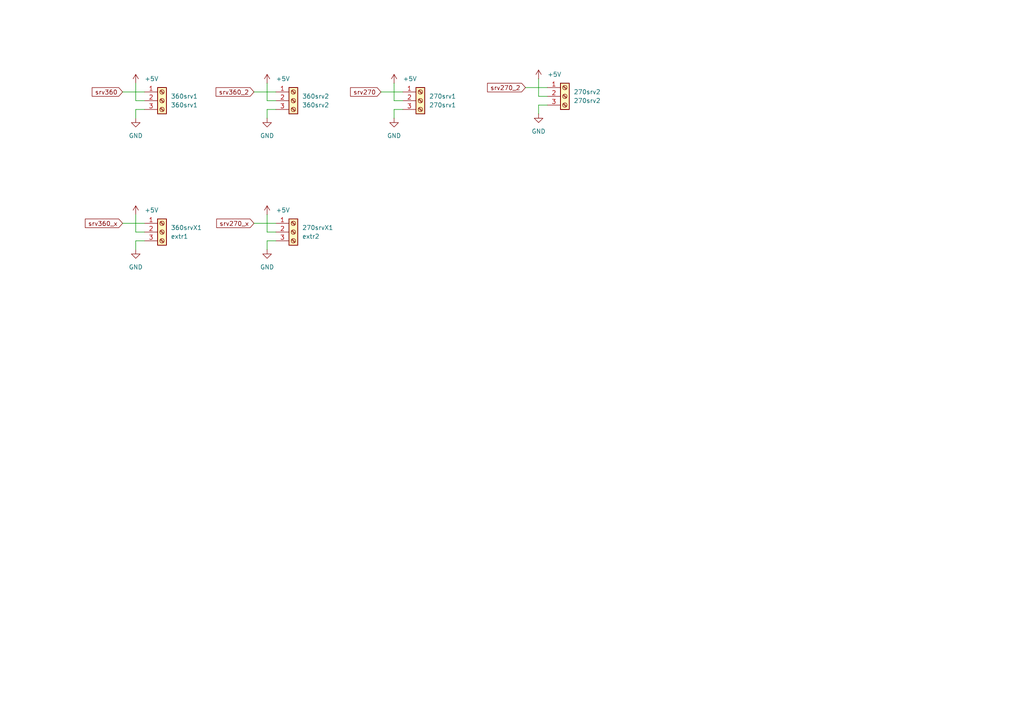
<source format=kicad_sch>
(kicad_sch (version 20231120) (generator "eeschema") (generator_version "8.0")
  (paper "A4")
  (lib_symbols
    (symbol "Connector:Screw_Terminal_01x03" (pin_names (offset 1.016) hide)
      (property "Reference" "J" (at 0 5.08 0))
      (property "Value" "Screw_Terminal_01x03" (at 0 -5.08 0))
      (symbol "Screw_Terminal_01x03_1_1"
        (rectangle (start -1.27 3.81) (end 1.27 -3.81) (stroke (width 0.254)) (fill (type background)))
        (circle (center 0 -2.54) (radius 0.635) (stroke (width 0.1524)))
        (polyline (pts (xy -0.5334 -2.2098) (xy 0.3302 -3.048)) (stroke (width 0.1524)))
        (polyline (pts (xy -0.5334 0.3302) (xy 0.3302 -0.508)) (stroke (width 0.1524)))
        (polyline (pts (xy -0.5334 2.8702) (xy 0.3302 2.032)) (stroke (width 0.1524)))
        (polyline (pts (xy -0.3556 -2.032) (xy 0.508 -2.8702)) (stroke (width 0.1524)))
        (polyline (pts (xy -0.3556 0.508) (xy 0.508 -0.3302)) (stroke (width 0.1524)))
        (polyline (pts (xy -0.3556 3.048) (xy 0.508 2.2098)) (stroke (width 0.1524)))
        (circle (center 0 0) (radius 0.635) (stroke (width 0.1524)))
        (circle (center 0 2.54) (radius 0.635) (stroke (width 0.1524)))
        (pin passive line (at -5.08 2.54 0) (length 3.81) (name "Pin_1") (number "1"))
        (pin passive line (at -5.08 0 0) (length 3.81) (name "Pin_2") (number "2"))
        (pin passive line (at -5.08 -2.54 0) (length 3.81) (name "Pin_3") (number "3"))
      )
    )
    (symbol "power:+24V" (power) (pin_numbers hide) (pin_names (offset 0) hide)
      (property "Value" "+24V" (at 0 3.556 0))
      (symbol "+24V_0_1"
        (polyline (pts (xy -0.762 1.27) (xy 0 2.54)))
        (polyline (pts (xy 0 0) (xy 0 2.54)))
        (polyline (pts (xy 0 2.54) (xy 0.762 1.27)))
      )
      (symbol "+24V_1_1"
        (pin power_in line (at 0 0 90) (length 0) (name "~") (number "1"))
      )
    )
    (symbol "power:GND" (power) (pin_numbers hide) (pin_names (offset 0) hide)
      (property "Value" "GND" (at 0 -3.81 0))
      (symbol "GND_0_1"
        (polyline (pts (xy 0 0) (xy 0 -1.27) (xy 1.27 -1.27) (xy 0 -2.54) (xy -1.27 -1.27) (xy 0 -1.27)))
      )
      (symbol "GND_1_1"
        (pin power_in line (at 0 0 270) (length 0) (name "~") (number "1"))
      )
    )
  )
  (wire (pts (xy 73.66 26.67) (xy 80.01 26.67)))
  (wire (pts (xy 156.21 27.94) (xy 158.75 27.94)))
  (wire (pts (xy 39.37 62.23) (xy 39.37 67.31)))
  (wire (pts (xy 41.91 69.85) (xy 39.37 69.85)))
  (wire (pts (xy 77.47 67.31) (xy 80.01 67.31)))
  (wire (pts (xy 152.4 25.4) (xy 158.75 25.4)))
  (wire (pts (xy 77.47 24.13) (xy 77.47 29.21)))
  (wire (pts (xy 35.56 64.77) (xy 41.91 64.77)))
  (wire (pts (xy 80.01 69.85) (xy 77.47 69.85)))
  (wire (pts (xy 114.3 31.75) (xy 114.3 34.29)))
  (wire (pts (xy 116.84 31.75) (xy 114.3 31.75)))
  (wire (pts (xy 39.37 67.31) (xy 41.91 67.31)))
  (wire (pts (xy 77.47 69.85) (xy 77.47 72.39)))
  (wire (pts (xy 39.37 24.13) (xy 39.37 29.21)))
  (wire (pts (xy 110.49 26.67) (xy 116.84 26.67)))
  (wire (pts (xy 39.37 69.85) (xy 39.37 72.39)))
  (wire (pts (xy 156.21 30.48) (xy 156.21 33.02)))
  (wire (pts (xy 77.47 29.21) (xy 80.01 29.21)))
  (wire (pts (xy 39.37 31.75) (xy 39.37 34.29)))
  (wire (pts (xy 114.3 29.21) (xy 116.84 29.21)))
  (wire (pts (xy 77.47 62.23) (xy 77.47 67.31)))
  (wire (pts (xy 156.21 22.86) (xy 156.21 27.94)))
  (wire (pts (xy 114.3 24.13) (xy 114.3 29.21)))
  (wire (pts (xy 35.56 26.67) (xy 41.91 26.67)))
  (wire (pts (xy 80.01 31.75) (xy 77.47 31.75)))
  (wire (pts (xy 39.37 29.21) (xy 41.91 29.21)))
  (wire (pts (xy 158.75 30.48) (xy 156.21 30.48)))
  (wire (pts (xy 73.66 64.77) (xy 80.01 64.77)))
  (wire (pts (xy 41.91 31.75) (xy 39.37 31.75)))
  (wire (pts (xy 77.47 31.75) (xy 77.47 34.29)))
  (text "SERVO checklist:\nDONE\n\n" (at 9.144 -1.524 0) (effects (font (size 1.27 1.27))))
  (global_label "srv270" (shape input) (at 110.49 26.67 180) (property "Intersheetrefs" "${INTERSHEET_REFS}" (effects (hide yes))))
  (global_label "srv270_x" (shape input) (at 73.66 64.77 180) (property "Intersheetrefs" "${INTERSHEET_REFS}" (effects (hide yes))))
  (global_label "srv360_2" (shape input) (at 73.66 26.67 180) (property "Intersheetrefs" "${INTERSHEET_REFS}" (effects (hide yes))))
  (global_label "srv360" (shape input) (at 35.56 26.67 180) (property "Intersheetrefs" "${INTERSHEET_REFS}" (effects (hide yes))))
  (global_label "srv360_x" (shape input) (at 35.56 64.77 180) (property "Intersheetrefs" "${INTERSHEET_REFS}" (effects (hide yes))))
  (global_label "srv270_2" (shape input) (at 152.4 25.4 180) (property "Intersheetrefs" "${INTERSHEET_REFS}" (effects (hide yes))))
  (symbol (lib_id "power:GND") (at 39.37 34.29 0) (unit 1)
    (property "Reference" "#PWR027" (effects (hide yes)))
    (property "Value" "GND" (at 39.37 39.37 0))
    (property "Description" "Power symbol creates a global label with name \"GND\" , ground" (effects (hide yes)))
  )
  (symbol (lib_id "power:+24V") (at 156.21 22.86 0) (unit 1)
    (property "Reference" "#PWR053" (effects (hide yes)))
    (property "Value" "+5V" (at 158.75 21.5899 0) (effects (justify left)))
    (property "Description" "Power symbol creates a global label with name \"+24V\"" (effects (hide yes)))
  )
  (symbol (lib_id "power:GND") (at 77.47 72.39 0) (unit 1)
    (property "Reference" "#PWR058" (effects (hide yes)))
    (property "Value" "GND" (at 77.47 77.47 0))
    (property "Description" "Power symbol creates a global label with name \"GND\" , ground" (effects (hide yes)))
  )
  (symbol (lib_id "power:+24V") (at 77.47 62.23 0) (unit 1)
    (property "Reference" "#PWR057" (effects (hide yes)))
    (property "Value" "+5V" (at 80.01 60.9599 0) (effects (justify left)))
    (property "Description" "Power symbol creates a global label with name \"+24V\"" (effects (hide yes)))
  )
  (symbol (lib_id "Connector:Screw_Terminal_01x03") (at 163.83 27.94 0) (unit 1)
    (property "Reference" "270srv2" (at 166.37 26.6699 0) (effects (justify left)))
    (property "Value" "270srv2" (at 166.37 29.2099 0) (effects (justify left)))
    (property "Footprint" "TerminalBlock:TerminalBlock_Xinya_XY308-2.54-3P_1x03_P2.54mm_Horizontal" (effects (hide yes)))
    (property "Description" "Generic screw terminal, single row, 01x03, script generated (kicad-library-utils/schlib/autogen/connector/)" (effects (hide yes)))
  )
  (symbol (lib_id "Connector:Screw_Terminal_01x03") (at 46.99 29.21 0) (unit 1)
    (property "Reference" "360srv1" (at 49.53 27.9399 0) (effects (justify left)))
    (property "Value" "360srv1" (at 49.53 30.4799 0) (effects (justify left)))
    (property "Footprint" "TerminalBlock:TerminalBlock_Xinya_XY308-2.54-3P_1x03_P2.54mm_Horizontal" (effects (hide yes)))
    (property "Description" "Generic screw terminal, single row, 01x03, script generated (kicad-library-utils/schlib/autogen/connector/)" (effects (hide yes)))
  )
  (symbol (lib_id "power:GND") (at 114.3 34.29 0) (unit 1)
    (property "Reference" "#PWR052" (effects (hide yes)))
    (property "Value" "GND" (at 114.3 39.37 0))
    (property "Description" "Power symbol creates a global label with name \"GND\" , ground" (effects (hide yes)))
  )
  (symbol (lib_id "power:+24V") (at 39.37 24.13 0) (unit 1)
    (property "Reference" "#PWR026" (effects (hide yes)))
    (property "Value" "+5V" (at 41.91 22.8599 0) (effects (justify left)))
    (property "Description" "Power symbol creates a global label with name \"+24V\"" (effects (hide yes)))
  )
  (symbol (lib_id "Connector:Screw_Terminal_01x03") (at 85.09 29.21 0) (unit 1)
    (property "Reference" "360srv2" (at 87.63 27.9399 0) (effects (justify left)))
    (property "Value" "360srv2" (at 87.63 30.4799 0) (effects (justify left)))
    (property "Footprint" "TerminalBlock:TerminalBlock_Xinya_XY308-2.54-3P_1x03_P2.54mm_Horizontal" (effects (hide yes)))
    (property "Description" "Generic screw terminal, single row, 01x03, script generated (kicad-library-utils/schlib/autogen/connector/)" (effects (hide yes)))
  )
  (symbol (lib_id "power:+24V") (at 114.3 24.13 0) (unit 1)
    (property "Reference" "#PWR030" (effects (hide yes)))
    (property "Value" "+5V" (at 116.84 22.8599 0) (effects (justify left)))
    (property "Description" "Power symbol creates a global label with name \"+24V\"" (effects (hide yes)))
  )
  (symbol (lib_id "Connector:Screw_Terminal_01x03") (at 85.09 67.31 0) (unit 1)
    (property "Reference" "270srvX1" (at 87.63 66.0399 0) (effects (justify left)))
    (property "Value" "extr2" (at 87.63 68.5799 0) (effects (justify left)))
    (property "Footprint" "TerminalBlock:TerminalBlock_Xinya_XY308-2.54-3P_1x03_P2.54mm_Horizontal" (effects (hide yes)))
    (property "Description" "Generic screw terminal, single row, 01x03, script generated (kicad-library-utils/schlib/autogen/connector/)" (effects (hide yes)))
  )
  (symbol (lib_id "power:GND") (at 77.47 34.29 0) (unit 1)
    (property "Reference" "#PWR029" (effects (hide yes)))
    (property "Value" "GND" (at 77.47 39.37 0))
    (property "Description" "Power symbol creates a global label with name \"GND\" , ground" (effects (hide yes)))
  )
  (symbol (lib_id "power:+24V") (at 39.37 62.23 0) (unit 1)
    (property "Reference" "#PWR055" (effects (hide yes)))
    (property "Value" "+5V" (at 41.91 60.9599 0) (effects (justify left)))
    (property "Description" "Power symbol creates a global label with name \"+24V\"" (effects (hide yes)))
  )
  (symbol (lib_id "Connector:Screw_Terminal_01x03") (at 46.99 67.31 0) (unit 1)
    (property "Reference" "360srvX1" (at 49.53 66.0399 0) (effects (justify left)))
    (property "Value" "extr1" (at 49.53 68.5799 0) (effects (justify left)))
    (property "Footprint" "TerminalBlock:TerminalBlock_Xinya_XY308-2.54-3P_1x03_P2.54mm_Horizontal" (effects (hide yes)))
    (property "Description" "Generic screw terminal, single row, 01x03, script generated (kicad-library-utils/schlib/autogen/connector/)" (effects (hide yes)))
  )
  (symbol (lib_id "Connector:Screw_Terminal_01x03") (at 121.92 29.21 0) (unit 1)
    (property "Reference" "270srv1" (at 124.46 27.9399 0) (effects (justify left)))
    (property "Value" "270srv1" (at 124.46 30.4799 0) (effects (justify left)))
    (property "Footprint" "TerminalBlock:TerminalBlock_Xinya_XY308-2.54-3P_1x03_P2.54mm_Horizontal" (effects (hide yes)))
    (property "Description" "Generic screw terminal, single row, 01x03, script generated (kicad-library-utils/schlib/autogen/connector/)" (effects (hide yes)))
  )
  (symbol (lib_id "power:GND") (at 39.37 72.39 0) (unit 1)
    (property "Reference" "#PWR056" (effects (hide yes)))
    (property "Value" "GND" (at 39.37 77.47 0))
    (property "Description" "Power symbol creates a global label with name \"GND\" , ground" (effects (hide yes)))
  )
  (symbol (lib_id "power:+24V") (at 77.47 24.13 0) (unit 1)
    (property "Reference" "#PWR028" (effects (hide yes)))
    (property "Value" "+5V" (at 80.01 22.8599 0) (effects (justify left)))
    (property "Description" "Power symbol creates a global label with name \"+24V\"" (effects (hide yes)))
  )
  (symbol (lib_id "power:GND") (at 156.21 33.02 0) (unit 1)
    (property "Reference" "#PWR054" (effects (hide yes)))
    (property "Value" "GND" (at 156.21 38.1 0))
    (property "Description" "Power symbol creates a global label with name \"GND\" , ground" (effects (hide yes)))
  )
)
</source>
